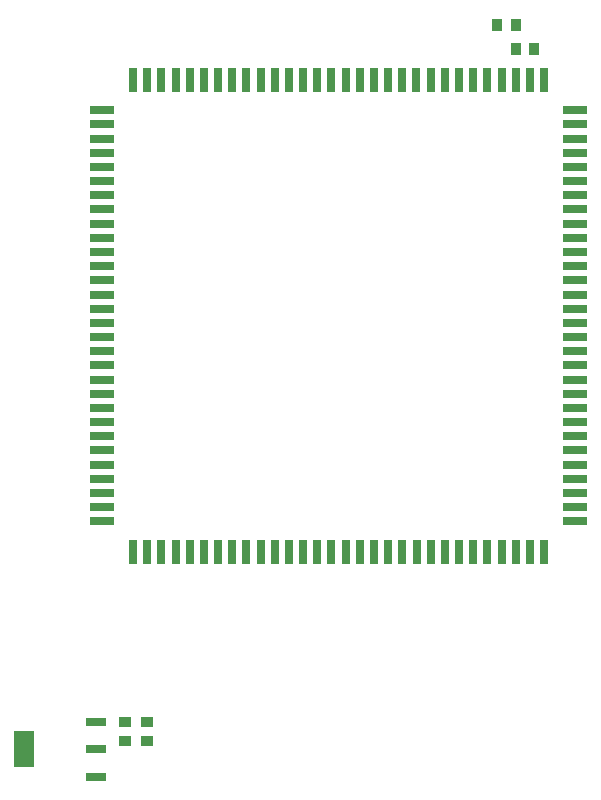
<source format=gtp>
G04*
G04 #@! TF.GenerationSoftware,Altium Limited,Altium Designer,22.1.2 (22)*
G04*
G04 Layer_Color=8421504*
%FSLAX25Y25*%
%MOIN*%
G70*
G04*
G04 #@! TF.SameCoordinates,691D6CEF-7681-4429-9CE0-D2776B591AA1*
G04*
G04*
G04 #@! TF.FilePolarity,Positive*
G04*
G01*
G75*
%ADD17R,0.03858X0.03661*%
%ADD18R,0.03661X0.03858*%
%ADD19R,0.07874X0.02756*%
%ADD20R,0.02756X0.07874*%
%ADD21R,0.06693X0.02953*%
%ADD22R,0.06693X0.12205*%
D17*
X-8500Y-144000D02*
D03*
Y-150063D02*
D03*
X-16000Y-144000D02*
D03*
Y-150063D02*
D03*
D18*
X114224Y88446D02*
D03*
X108161D02*
D03*
X114469Y80500D02*
D03*
X120531D02*
D03*
D19*
X-23510Y-58083D02*
D03*
Y-53358D02*
D03*
Y-48634D02*
D03*
Y-43909D02*
D03*
Y-39185D02*
D03*
Y-34461D02*
D03*
Y-29736D02*
D03*
Y-25012D02*
D03*
Y-20287D02*
D03*
Y-10839D02*
D03*
Y-6114D02*
D03*
Y-15563D02*
D03*
Y-1390D02*
D03*
Y3335D02*
D03*
Y8059D02*
D03*
Y12784D02*
D03*
Y17508D02*
D03*
Y22232D02*
D03*
Y31681D02*
D03*
Y36406D02*
D03*
Y41130D02*
D03*
Y45854D02*
D03*
Y50579D02*
D03*
Y55303D02*
D03*
Y26957D02*
D03*
Y-72256D02*
D03*
Y-67532D02*
D03*
Y-62807D02*
D03*
Y-76980D02*
D03*
Y60028D02*
D03*
X133986Y-62806D02*
D03*
Y-58081D02*
D03*
Y-53357D02*
D03*
Y-48632D02*
D03*
Y-39184D02*
D03*
Y-34459D02*
D03*
Y-25010D02*
D03*
Y-20286D02*
D03*
Y-15562D02*
D03*
Y-10837D02*
D03*
Y-6113D02*
D03*
Y-29735D02*
D03*
Y-1388D02*
D03*
Y60029D02*
D03*
Y45856D02*
D03*
Y50580D02*
D03*
Y55305D02*
D03*
Y3336D02*
D03*
Y8061D02*
D03*
Y12785D02*
D03*
Y17509D02*
D03*
Y22234D02*
D03*
Y26958D02*
D03*
Y31683D02*
D03*
Y36407D02*
D03*
Y41131D02*
D03*
Y-43908D02*
D03*
Y-72254D02*
D03*
Y-67530D02*
D03*
Y-76979D02*
D03*
D20*
X104840Y-87207D02*
D03*
X100115D02*
D03*
X95391D02*
D03*
X90666D02*
D03*
X85942D02*
D03*
X81218D02*
D03*
X76493D02*
D03*
X71769D02*
D03*
X67044D02*
D03*
X57596D02*
D03*
X52871D02*
D03*
X62320D02*
D03*
X48147D02*
D03*
X43422D02*
D03*
X38698D02*
D03*
X33974D02*
D03*
X29249D02*
D03*
X24525D02*
D03*
X15076D02*
D03*
X10351D02*
D03*
X5627D02*
D03*
X903D02*
D03*
X-3822D02*
D03*
X-8546D02*
D03*
X19800D02*
D03*
X119013D02*
D03*
X114288D02*
D03*
X109564D02*
D03*
X123737D02*
D03*
X-13271D02*
D03*
X109549Y70250D02*
D03*
X104824D02*
D03*
X100100D02*
D03*
X95376D02*
D03*
X85927D02*
D03*
X81202D02*
D03*
X71754D02*
D03*
X67029D02*
D03*
X62305D02*
D03*
X57580D02*
D03*
X52856D02*
D03*
X76478D02*
D03*
X48131D02*
D03*
X-13286D02*
D03*
X887D02*
D03*
X-3837D02*
D03*
X-8561D02*
D03*
X43407D02*
D03*
X38683D02*
D03*
X33958D02*
D03*
X29234D02*
D03*
X24509D02*
D03*
X19785D02*
D03*
X15061D02*
D03*
X10336D02*
D03*
X5612D02*
D03*
X90651D02*
D03*
X118998D02*
D03*
X114273D02*
D03*
X123722D02*
D03*
D21*
X-25500Y-162055D02*
D03*
Y-153000D02*
D03*
Y-143945D02*
D03*
D22*
X-49500Y-153000D02*
D03*
M02*

</source>
